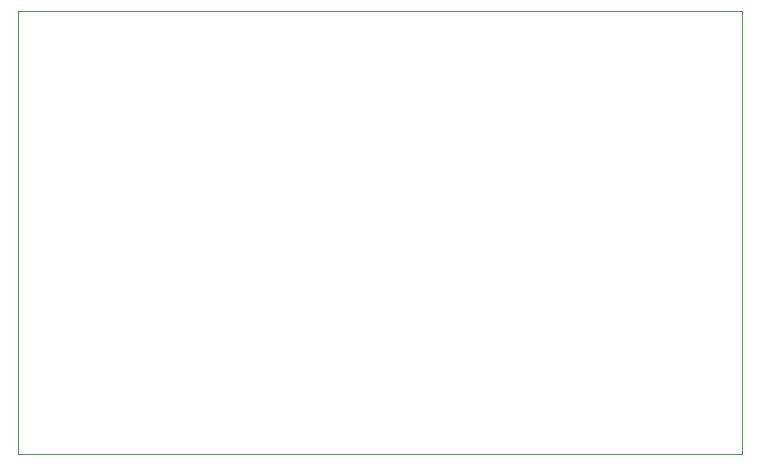
<source format=gbr>
%TF.GenerationSoftware,KiCad,Pcbnew,8.0.0*%
%TF.CreationDate,2024-03-24T15:51:25+02:00*%
%TF.ProjectId,sensor,73656e73-6f72-42e6-9b69-6361645f7063,rev?*%
%TF.SameCoordinates,Original*%
%TF.FileFunction,Profile,NP*%
%FSLAX46Y46*%
G04 Gerber Fmt 4.6, Leading zero omitted, Abs format (unit mm)*
G04 Created by KiCad (PCBNEW 8.0.0) date 2024-03-24 15:51:25*
%MOMM*%
%LPD*%
G01*
G04 APERTURE LIST*
%TA.AperFunction,Profile*%
%ADD10C,0.050000*%
%TD*%
G04 APERTURE END LIST*
D10*
X109000000Y-75000000D02*
X170250000Y-75000000D01*
X170250000Y-112500000D01*
X109000000Y-112500000D01*
X109000000Y-75000000D01*
M02*

</source>
